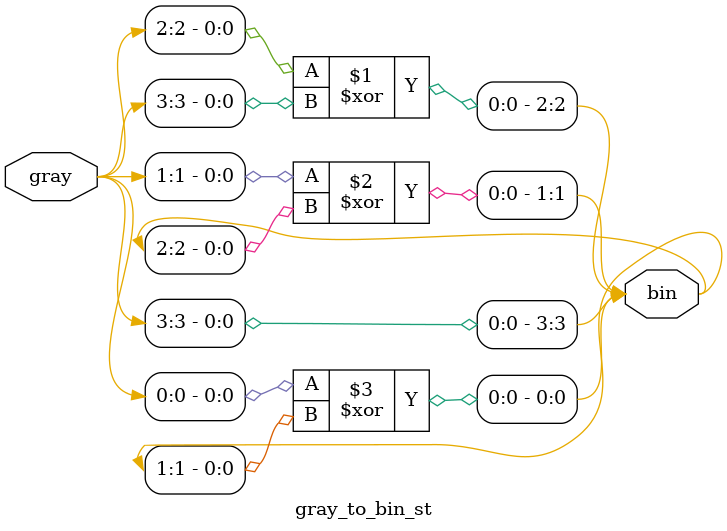
<source format=v>
`timescale 1ns / 1ps
module gray_to_bin_st(
    input [3:0] gray,
    output [3:0] bin);
    
	 
assign bin[3]= gray[3];
assign bin[2]= gray[2]^bin[3];
assign bin[1]= gray[1]^bin[2];
assign bin[0]= gray[0]^bin[1];



endmodule

</source>
